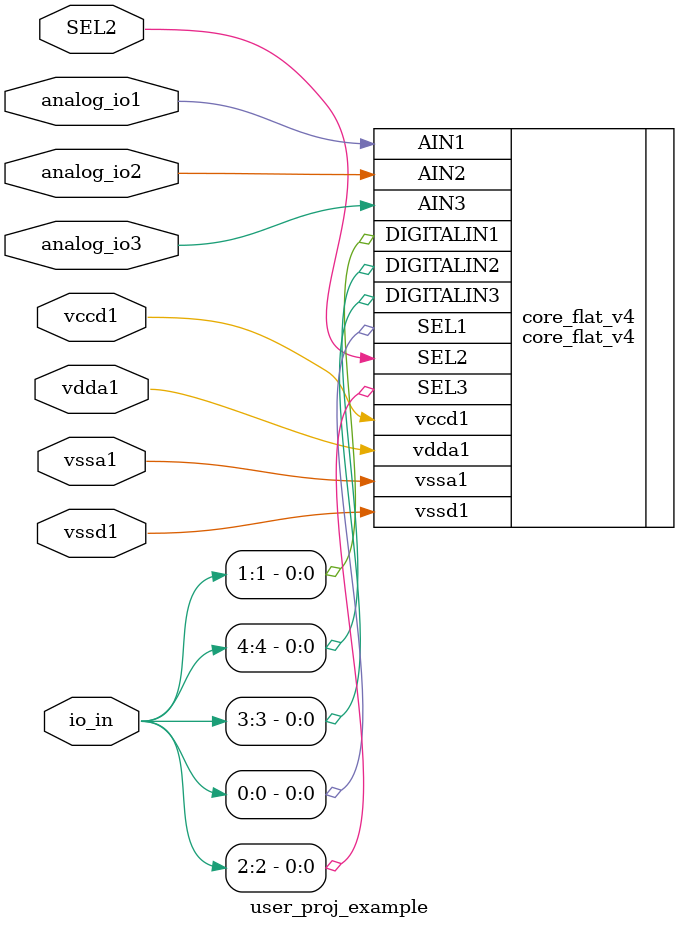
<source format=v>
/* Generated by Yosys 0.30+48 (git sha1 14d50a176d5, gcc 8.3.1 -fPIC -Os) */

module user_proj_example(vdda1, vssa1, vccd1, vssd1, io_in, SEL2, analog_io1, analog_io2, analog_io3);
  input SEL2;
  wire SEL2;
  input analog_io1;
  wire analog_io1;
  inout analog_io2;
  wire analog_io2;
  input analog_io3;
  wire analog_io3;
  input [4:0] io_in;
  wire [4:0] io_in;
  inout vccd1;
  wire vccd1;
  inout vdda1;
  wire vdda1;
  inout vssa1;
  wire vssa1;
  inout vssd1;
  wire vssd1;
  core_flat_v4 core_flat_v4 (
    .AIN1(analog_io1),
    .AIN2(analog_io2),
    .AIN3(analog_io3),
    .DIGITALIN1(io_in[1]),
    .DIGITALIN2(io_in[4]),
    .DIGITALIN3(io_in[3]),
    .SEL1(io_in[0]),
    .SEL2(SEL2),
    .SEL3(io_in[2]),
    .vccd1(vccd1),
    .vdda1(vdda1),
    .vssa1(vssa1),
    .vssd1(vssd1)
  );
endmodule

</source>
